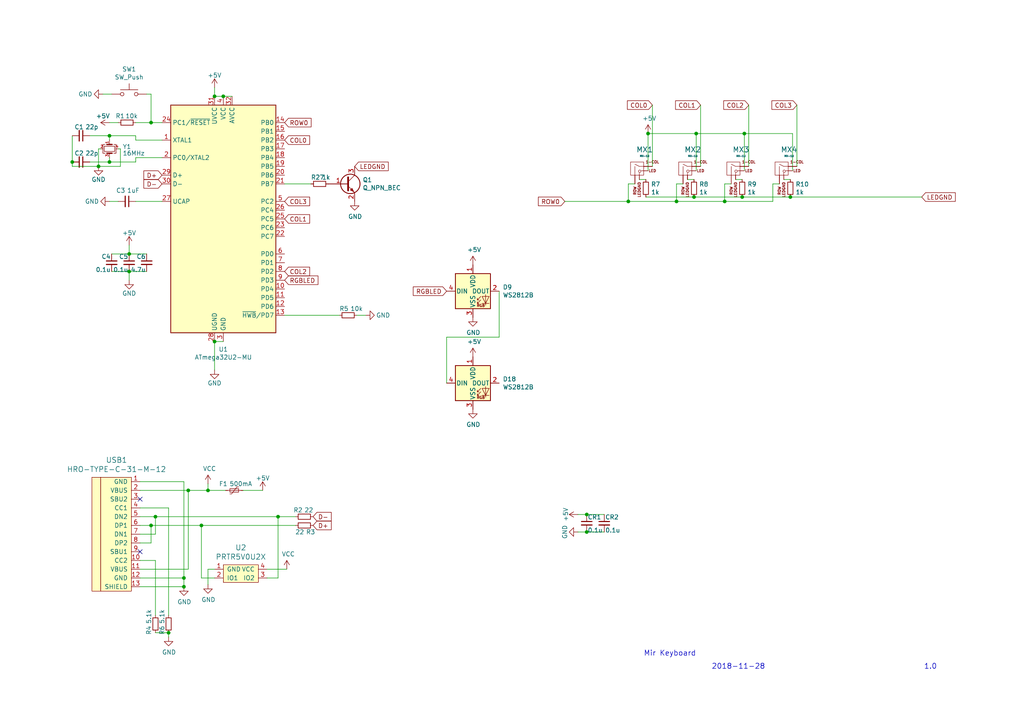
<source format=kicad_sch>
(kicad_sch (version 20230121) (generator eeschema)
  (paper "A4")
  (lib_symbols
    (symbol "Device:C_Small" (pin_numbers hide) (pin_names (offset 0.254) hide)
      (property "Reference" "C" (at 0.254 1.778 0))
      (property "Value" "C_Small" (at 0.254 -2.032 0))
      (symbol "C_Small_0_1"
        (polyline (pts (xy -1.524 -0.508) (xy 1.524 -0.508)) (stroke (width 0.3302)))
        (polyline (pts (xy -1.524 0.508) (xy 1.524 0.508)) (stroke (width 0.3048)))
      )
      (symbol "C_Small_1_1"
        (pin passive line (at 0 2.54 270) (length 2.032) (name "~") (number "1"))
        (pin passive line (at 0 -2.54 90) (length 2.032) (name "~") (number "2"))
      )
    )
    (symbol "Device:Crystal_GND24_Small" (pin_names (offset 1.016) hide)
      (property "Reference" "Y" (at 1.27 4.445 0))
      (property "Value" "Crystal_GND24_Small" (at 1.27 2.54 0))
      (symbol "Crystal_GND24_Small_0_1"
        (rectangle (start -0.762 -1.524) (end 0.762 1.524))
        (polyline (pts (xy -1.27 -0.762) (xy -1.27 0.762)) (stroke (width 0.381)))
        (polyline (pts (xy 1.27 -0.762) (xy 1.27 0.762)) (stroke (width 0.381)))
        (polyline (pts (xy -1.27 -1.27) (xy -1.27 -1.905) (xy 1.27 -1.905) (xy 1.27 -1.27)))
        (polyline (pts (xy -1.27 1.27) (xy -1.27 1.905) (xy 1.27 1.905) (xy 1.27 1.27)))
      )
      (symbol "Crystal_GND24_Small_1_1"
        (pin passive line (at -2.54 0 0) (length 1.27) (name "1") (number "1"))
        (pin passive line (at 0 -2.54 90) (length 0.635) (name "2") (number "2"))
        (pin passive line (at 2.54 0 180) (length 1.27) (name "3") (number "3"))
        (pin passive line (at 0 2.54 270) (length 0.635) (name "4") (number "4"))
      )
    )
    (symbol "Device:Polyfuse_Small" (pin_numbers hide) (pin_names (offset 0))
      (property "Reference" "F" (at -1.905 0 90))
      (property "Value" "Polyfuse_Small" (at 1.905 0 90))
      (symbol "Polyfuse_Small_0_1"
        (rectangle (start -0.508 1.27) (end 0.508 -1.27))
        (polyline (pts (xy 0 2.54) (xy 0 -2.54)))
        (polyline (pts (xy -1.016 1.27) (xy -1.016 0.762) (xy 1.016 -0.762) (xy 1.016 -1.27)))
      )
      (symbol "Polyfuse_Small_1_1"
        (pin passive line (at 0 2.54 270) (length 0.635) (name "~") (number "1"))
        (pin passive line (at 0 -2.54 90) (length 0.635) (name "~") (number "2"))
      )
    )
    (symbol "Device:Q_NPN_BEC" (pin_names (offset 0) hide)
      (property "Reference" "Q" (at 5.08 1.27 0))
      (property "Value" "Q_NPN_BEC" (at 5.08 -1.27 0))
      (symbol "Q_NPN_BEC_0_1"
        (polyline (pts (xy 0.635 0.635) (xy 2.54 2.54)))
        (polyline (pts (xy 0.635 -0.635) (xy 2.54 -2.54) (xy 2.54 -2.54)))
        (polyline (pts (xy 0.635 1.905) (xy 0.635 -1.905) (xy 0.635 -1.905)) (stroke (width 0.508)))
        (polyline (pts (xy 1.27 -1.778) (xy 1.778 -1.27) (xy 2.286 -2.286) (xy 1.27 -1.778) (xy 1.27 -1.778)) (fill (type outline)))
        (circle (center 1.27 0) (radius 2.8194) (stroke (width 0.254)))
      )
      (symbol "Q_NPN_BEC_1_1"
        (pin input line (at -5.08 0 0) (length 5.715) (name "B") (number "1"))
        (pin passive line (at 2.54 -5.08 90) (length 2.54) (name "E") (number "2"))
        (pin passive line (at 2.54 5.08 270) (length 2.54) (name "C") (number "3"))
      )
    )
    (symbol "Device:R_Small" (pin_numbers hide) (pin_names (offset 0.254) hide)
      (property "Reference" "R" (at 0.762 0.508 0))
      (property "Value" "R_Small" (at 0.762 -1.016 0))
      (symbol "R_Small_0_1"
        (rectangle (start -0.762 1.778) (end 0.762 -1.778) (stroke (width 0.2032)))
      )
      (symbol "R_Small_1_1"
        (pin passive line (at 0 2.54 270) (length 0.762) (name "~") (number "1"))
        (pin passive line (at 0 -2.54 90) (length 0.762) (name "~") (number "2"))
      )
    )
    (symbol "LED:WS2812B" (pin_names (offset 0.254))
      (property "Reference" "D" (at 5.08 5.715 0))
      (property "Value" "WS2812B" (at 1.27 -5.715 0))
      (symbol "WS2812B_0_0"
        (text "RGB" (at 2.286 -4.191 0) (effects (font (size 0.762 0.762))))
      )
      (symbol "WS2812B_0_1"
        (polyline (pts (xy 1.27 -3.556) (xy 1.778 -3.556)))
        (polyline (pts (xy 1.27 -2.54) (xy 1.778 -2.54)))
        (polyline (pts (xy 4.699 -3.556) (xy 2.667 -3.556)))
        (polyline (pts (xy 2.286 -2.54) (xy 1.27 -3.556) (xy 1.27 -3.048)))
        (polyline (pts (xy 2.286 -1.524) (xy 1.27 -2.54) (xy 1.27 -2.032)))
        (polyline (pts (xy 3.683 -1.016) (xy 3.683 -3.556) (xy 3.683 -4.064)))
        (polyline (pts (xy 4.699 -1.524) (xy 2.667 -1.524) (xy 3.683 -3.556) (xy 4.699 -1.524)))
        (rectangle (start 5.08 5.08) (end -5.08 -5.08) (stroke (width 0.254)) (fill (type background)))
      )
      (symbol "WS2812B_1_1"
        (pin power_in line (at 0 7.62 270) (length 2.54) (name "VDD") (number "1"))
        (pin output line (at 7.62 0 180) (length 2.54) (name "DOUT") (number "2"))
        (pin power_in line (at 0 -7.62 90) (length 2.54) (name "VSS") (number "3"))
        (pin input line (at -7.62 0 0) (length 2.54) (name "DIN") (number "4"))
      )
    )
    (symbol "Switch:SW_Push" (pin_numbers hide) (pin_names (offset 1.016) hide)
      (property "Reference" "SW" (at 1.27 2.54 0))
      (property "Value" "SW_Push" (at 0 -1.524 0))
      (symbol "SW_Push_0_1"
        (circle (center -2.032 0) (radius 0.508))
        (polyline (pts (xy 0 1.27) (xy 0 3.048)))
        (polyline (pts (xy 2.54 1.27) (xy -2.54 1.27)))
        (circle (center 2.032 0) (radius 0.508))
        (pin passive line (at -5.08 0 0) (length 2.54) (name "1") (number "1"))
        (pin passive line (at 5.08 0 180) (length 2.54) (name "2") (number "2"))
      )
    )
    (symbol "Voyager4-rescue:ATmega32U2-MU-MCU_Microchip_ATmega"
      (property "Reference" "U" (at -15.24 34.29 0))
      (property "Value" "MCU_Microchip_ATmega_ATmega32U2-MU" (at 2.54 -34.29 0))
      (symbol "ATmega32U2-MU-MCU_Microchip_ATmega_0_1"
        (rectangle (start -15.24 -33.02) (end 15.24 33.02) (stroke (width 0.254)) (fill (type background)))
      )
      (symbol "ATmega32U2-MU-MCU_Microchip_ATmega_1_1"
        (pin input line (at -17.78 22.86 0) (length 2.54) (name "XTAL1") (number "1"))
        (pin tri_state line (at 17.78 -20.32 180) (length 2.54) (name "PD4") (number "10"))
        (pin tri_state line (at 17.78 -22.86 180) (length 2.54) (name "PD5") (number "11"))
        (pin tri_state line (at 17.78 -25.4 180) (length 2.54) (name "PD6") (number "12"))
        (pin tri_state line (at 17.78 -27.94 180) (length 2.54) (name "~{HWB}/PD7") (number "13"))
        (pin tri_state line (at 17.78 27.94 180) (length 2.54) (name "PB0") (number "14"))
        (pin tri_state line (at 17.78 25.4 180) (length 2.54) (name "PB1") (number "15"))
        (pin tri_state line (at 17.78 22.86 180) (length 2.54) (name "PB2") (number "16"))
        (pin tri_state line (at 17.78 20.32 180) (length 2.54) (name "PB3") (number "17"))
        (pin tri_state line (at 17.78 17.78 180) (length 2.54) (name "PB4") (number "18"))
        (pin tri_state line (at 17.78 15.24 180) (length 2.54) (name "PB5") (number "19"))
        (pin tri_state line (at -17.78 17.78 0) (length 2.54) (name "PC0/XTAL2") (number "2"))
        (pin tri_state line (at 17.78 12.7 180) (length 2.54) (name "PB6") (number "20"))
        (pin tri_state line (at 17.78 10.16 180) (length 2.54) (name "PB7") (number "21"))
        (pin tri_state line (at 17.78 -5.08 180) (length 2.54) (name "PC7") (number "22"))
        (pin tri_state line (at 17.78 -2.54 180) (length 2.54) (name "PC6") (number "23"))
        (pin tri_state line (at -17.78 27.94 0) (length 2.54) (name "PC1/~{RESET}") (number "24"))
        (pin tri_state line (at 17.78 0 180) (length 2.54) (name "PC5") (number "25"))
        (pin tri_state line (at 17.78 2.54 180) (length 2.54) (name "PC4") (number "26"))
        (pin passive line (at -17.78 5.08 0) (length 2.54) (name "UCAP") (number "27"))
        (pin power_in line (at -2.54 -35.56 90) (length 2.54) (name "UGND") (number "28"))
        (pin bidirectional line (at -17.78 12.7 0) (length 2.54) (name "D+") (number "29"))
        (pin power_in line (at 0 -35.56 90) (length 2.54) (name "GND") (number "3"))
        (pin bidirectional line (at -17.78 10.16 0) (length 2.54) (name "D-") (number "30"))
        (pin power_in line (at -2.54 35.56 270) (length 2.54) (name "UVCC") (number "31"))
        (pin power_in line (at 2.54 35.56 270) (length 2.54) (name "AVCC") (number "32"))
        (pin passive line (at 0 -35.56 90) (length 2.54) hide (name "GND") (number "33"))
        (pin power_in line (at 0 35.56 270) (length 2.54) (name "VCC") (number "4"))
        (pin tri_state line (at 17.78 5.08 180) (length 2.54) (name "PC2") (number "5"))
        (pin tri_state line (at 17.78 -10.16 180) (length 2.54) (name "PD0") (number "6"))
        (pin tri_state line (at 17.78 -12.7 180) (length 2.54) (name "PD1") (number "7"))
        (pin tri_state line (at 17.78 -15.24 180) (length 2.54) (name "PD2") (number "8"))
        (pin tri_state line (at 17.78 -17.78 180) (length 2.54) (name "PD3") (number "9"))
      )
    )
    (symbol "Voyager4-rescue:HRO-TYPE-C-31-M-12-Type-C" (pin_names (offset 1.016))
      (property "Reference" "USB" (at -5.08 16.51 0))
      (property "Value" "Type-C_HRO-TYPE-C-31-M-12" (at -10.16 -1.27 90))
      (symbol "HRO-TYPE-C-31-M-12-Type-C_0_1"
        (rectangle (start -11.43 15.24) (end -8.89 -17.78) (fill (type background)))
        (rectangle (start 0 -17.78) (end -8.89 15.24) (fill (type background)))
      )
      (symbol "HRO-TYPE-C-31-M-12-Type-C_1_1"
        (pin input line (at 2.54 13.97 180) (length 2.54) (name "GND") (number "1"))
        (pin input line (at 2.54 -8.89 180) (length 2.54) (name "CC2") (number "10"))
        (pin input line (at 2.54 -11.43 180) (length 2.54) (name "VBUS") (number "11"))
        (pin input line (at 2.54 -13.97 180) (length 2.54) (name "GND") (number "12"))
        (pin input line (at 2.54 -16.51 180) (length 2.54) (name "SHIELD") (number "13"))
        (pin input line (at 2.54 11.43 180) (length 2.54) (name "VBUS") (number "2"))
        (pin input line (at 2.54 8.89 180) (length 2.54) (name "SBU2") (number "3"))
        (pin input line (at 2.54 6.35 180) (length 2.54) (name "CC1") (number "4"))
        (pin input line (at 2.54 3.81 180) (length 2.54) (name "DN2") (number "5"))
        (pin input line (at 2.54 1.27 180) (length 2.54) (name "DP1") (number "6"))
        (pin input line (at 2.54 -1.27 180) (length 2.54) (name "DN1") (number "7"))
        (pin input line (at 2.54 -3.81 180) (length 2.54) (name "DP2") (number "8"))
        (pin input line (at 2.54 -6.35 180) (length 2.54) (name "SBU1") (number "9"))
      )
    )
    (symbol "Voyager4-rescue:MX-1U-MX_Alps_Hybrids" (pin_names (offset 1.016))
      (property "Reference" "MX" (at 0 3.175 0))
      (property "Value" "MX_Alps_Hybrids_MX-1U" (at 0 1.27 0))
      (symbol "MX-1U-MX_Alps_Hybrids_0_0"
        (polyline (pts (xy -0.635 -1.905) (xy -0.635 0.635)) (stroke (width 0.127)))
        (polyline (pts (xy 0.635 -1.905) (xy 0.635 -1.27)) (stroke (width 0.127)))
        (polyline (pts (xy 1.905 -0.635) (xy 1.27 -0.635)) (stroke (width 0.127)))
        (polyline (pts (xy 1.905 0.635) (xy 0.635 0.635) (xy -0.635 1.27)) (stroke (width 0.127)))
        (circle (center 0.762 -0.762) (radius 0.3556) (stroke (width 0.127)))
        (rectangle (start 1.905 -1.905) (end -1.905 1.905) (stroke (width 0.127)))
        (text "1-COL" (at 4.445 1.905 0) (effects (font (size 0.762 0.762))))
        (text "LED" (at 4.445 -0.635 0) (effects (font (size 0.762 0.762))))
        (text "ROW" (at -0.635 -5.08 900) (effects (font (size 0.762 0.762)) (justify right)))
      )
      (symbol "MX-1U-MX_Alps_Hybrids_1_0"
        (text "LEDGND" (at 0.635 -3.81 900) (effects (font (size 0.762 0.762)) (justify right)))
      )
      (symbol "MX-1U-MX_Alps_Hybrids_1_1"
        (pin passive line (at 4.445 0.635 180) (length 2.54) (name "COL") (number "1"))
        (pin passive line (at -0.635 -4.445 90) (length 2.54) (name "ROW") (number "2"))
        (pin passive line (at 3.175 -0.635 180) (length 1.27) (name "LED") (number "3"))
        (pin passive line (at 0.635 -3.175 90) (length 1.27) (name "LEDGND") (number "4"))
      )
    )
    (symbol "ai03-locallib:PRTR5V0U2X" (pin_names (offset 1.016))
      (property "Reference" "U" (at 0 3.81 0))
      (property "Value" "PRTR5V0U2X" (at 0 -3.81 0))
      (symbol "PRTR5V0U2X_0_1"
        (rectangle (start -5.08 2.54) (end 5.08 -2.54) (fill (type background)))
      )
      (symbol "PRTR5V0U2X_1_1"
        (pin input line (at -7.62 1.27 0) (length 2.54) (name "GND") (number "1"))
        (pin input line (at -7.62 -1.27 0) (length 2.54) (name "IO1") (number "2"))
        (pin input line (at 7.62 -1.27 180) (length 2.54) (name "IO2") (number "3"))
        (pin input line (at 7.62 1.27 180) (length 2.54) (name "VCC") (number "4"))
      )
    )
    (symbol "power:+5V" (power) (pin_names (offset 0))
      (property "Value" "+5V" (at 0 3.556 0))
      (symbol "+5V_0_1"
        (polyline (pts (xy -0.762 1.27) (xy 0 2.54)))
        (polyline (pts (xy 0 0) (xy 0 2.54)))
        (polyline (pts (xy 0 2.54) (xy 0.762 1.27)))
      )
      (symbol "+5V_1_1"
        (pin power_in line (at 0 0 90) (length 0) hide (name "+5V") (number "1"))
      )
    )
    (symbol "power:GND" (power) (pin_names (offset 0))
      (property "Value" "GND" (at 0 -3.81 0))
      (symbol "GND_0_1"
        (polyline (pts (xy 0 0) (xy 0 -1.27) (xy 1.27 -1.27) (xy 0 -2.54) (xy -1.27 -1.27) (xy 0 -1.27)))
      )
      (symbol "GND_1_1"
        (pin power_in line (at 0 0 270) (length 0) hide (name "GND") (number "1"))
      )
    )
    (symbol "power:VCC" (power) (pin_names (offset 0))
      (property "Value" "VCC" (at 0 3.81 0))
      (symbol "VCC_0_1"
        (polyline (pts (xy -0.762 1.27) (xy 0 2.54)))
        (polyline (pts (xy 0 0) (xy 0 2.54)))
        (polyline (pts (xy 0 2.54) (xy 0.762 1.27)))
      )
      (symbol "VCC_1_1"
        (pin power_in line (at 0 0 90) (length 0) hide (name "VCC") (number "1"))
      )
    )
  )
  (junction (at 53.34 170.18))
  (junction (at 80.645 149.86))
  (junction (at 54.61 142.24))
  (junction (at 58.42 152.4))
  (junction (at 31.75 46.99))
  (junction (at 28.575 48.26))
  (junction (at 37.465 73.66))
  (junction (at 201.295 57.15))
  (junction (at 170.18 154.305))
  (junction (at 62.23 27.94))
  (junction (at 62.23 99.06))
  (junction (at 229.235 57.15))
  (junction (at 37.465 78.74))
  (junction (at 45.085 149.86))
  (junction (at 48.895 183.515))
  (junction (at 20.955 46.99))
  (junction (at 43.815 152.4))
  (junction (at 43.815 35.56))
  (junction (at 201.93 38.735))
  (junction (at 53.34 167.64))
  (junction (at 64.77 27.94))
  (junction (at 215.265 57.15))
  (junction (at 31.75 39.37))
  (junction (at 182.245 58.42))
  (junction (at 196.215 58.42))
  (junction (at 215.9 38.735))
  (junction (at 170.18 149.225))
  (junction (at 187.96 38.735))
  (junction (at 210.185 58.42))
  (junction (at 60.325 142.24))
  (no_connect (at 40.64 144.78))
  (no_connect (at 40.64 160.02))
  (wire (pts (xy 46.99 40.64) (xy 39.37 40.64)))
  (wire (pts (xy 201.295 57.15) (xy 215.265 57.15)))
  (wire (pts (xy 37.465 73.66) (xy 42.545 73.66)))
  (wire (pts (xy 26.035 46.99) (xy 31.75 46.99)))
  (wire (pts (xy 39.37 45.72) (xy 39.37 46.99)))
  (wire (pts (xy 26.035 39.37) (xy 31.75 39.37)))
  (wire (pts (xy 37.465 81.28) (xy 37.465 78.74)))
  (wire (pts (xy 31.75 39.37) (xy 39.37 39.37)))
  (wire (pts (xy 129.54 97.79) (xy 129.54 111.125)))
  (wire (pts (xy 58.42 167.64) (xy 58.42 152.4)))
  (wire (pts (xy 62.23 25.4) (xy 62.23 27.94)))
  (wire (pts (xy 215.9 49.53) (xy 215.9 38.735)))
  (wire (pts (xy 187.325 57.15) (xy 201.295 57.15)))
  (wire (pts (xy 29.21 43.18) (xy 28.575 43.18)))
  (wire (pts (xy 201.93 38.735) (xy 215.9 38.735)))
  (wire (pts (xy 187.96 49.53) (xy 187.96 38.735)))
  (wire (pts (xy 28.575 48.26) (xy 34.925 48.26)))
  (wire (pts (xy 217.17 48.26) (xy 217.17 30.48)))
  (wire (pts (xy 32.385 73.66) (xy 37.465 73.66)))
  (wire (pts (xy 182.245 53.34) (xy 184.15 53.34)))
  (wire (pts (xy 34.925 48.26) (xy 34.925 43.18)))
  (wire (pts (xy 40.64 147.32) (xy 48.895 147.32)))
  (wire (pts (xy 215.265 52.07) (xy 213.36 52.07)))
  (wire (pts (xy 31.75 45.72) (xy 31.75 46.99)))
  (wire (pts (xy 229.87 38.735) (xy 229.87 49.53)))
  (wire (pts (xy 58.42 152.4) (xy 85.725 152.4)))
  (wire (pts (xy 31.75 46.99) (xy 39.37 46.99)))
  (wire (pts (xy 37.465 71.12) (xy 37.465 73.66)))
  (wire (pts (xy 31.75 58.42) (xy 34.29 58.42)))
  (wire (pts (xy 39.37 58.42) (xy 46.99 58.42)))
  (wire (pts (xy 31.75 39.37) (xy 31.75 40.64)))
  (wire (pts (xy 20.955 46.99) (xy 20.955 48.26)))
  (wire (pts (xy 210.185 53.34) (xy 210.185 58.42)))
  (wire (pts (xy 224.155 53.34) (xy 226.06 53.34)))
  (wire (pts (xy 215.9 38.735) (xy 229.87 38.735)))
  (wire (pts (xy 46.99 45.72) (xy 39.37 45.72)))
  (wire (pts (xy 43.815 152.4) (xy 58.42 152.4)))
  (wire (pts (xy 163.83 58.42) (xy 182.245 58.42)))
  (wire (pts (xy 106.045 91.44) (xy 103.505 91.44)))
  (wire (pts (xy 144.78 97.79) (xy 129.54 97.79)))
  (wire (pts (xy 40.64 162.56) (xy 45.085 162.56)))
  (wire (pts (xy 189.23 48.26) (xy 189.23 30.48)))
  (wire (pts (xy 60.325 142.24) (xy 65.405 142.24)))
  (wire (pts (xy 62.23 167.64) (xy 58.42 167.64)))
  (wire (pts (xy 46.99 35.56) (xy 43.815 35.56)))
  (wire (pts (xy 167.64 149.225) (xy 170.18 149.225)))
  (wire (pts (xy 40.64 157.48) (xy 43.815 157.48)))
  (wire (pts (xy 45.085 183.515) (xy 48.895 183.515)))
  (wire (pts (xy 37.465 78.74) (xy 42.545 78.74)))
  (wire (pts (xy 45.085 162.56) (xy 45.085 178.435)))
  (wire (pts (xy 48.895 147.32) (xy 48.895 178.435)))
  (wire (pts (xy 42.545 27.305) (xy 43.815 27.305)))
  (wire (pts (xy 34.29 43.18) (xy 34.925 43.18)))
  (wire (pts (xy 210.185 53.34) (xy 212.09 53.34)))
  (wire (pts (xy 187.325 52.07) (xy 185.42 52.07)))
  (wire (pts (xy 53.34 170.18) (xy 53.34 167.64)))
  (wire (pts (xy 43.815 35.56) (xy 39.37 35.56)))
  (wire (pts (xy 80.645 149.86) (xy 85.725 149.86)))
  (wire (pts (xy 196.215 58.42) (xy 210.185 58.42)))
  (wire (pts (xy 90.17 53.34) (xy 82.55 53.34)))
  (wire (pts (xy 170.18 149.225) (xy 175.26 149.225)))
  (wire (pts (xy 40.64 142.24) (xy 54.61 142.24)))
  (wire (pts (xy 45.085 149.86) (xy 45.085 154.94)))
  (wire (pts (xy 43.815 157.48) (xy 43.815 152.4)))
  (wire (pts (xy 53.34 139.7) (xy 53.34 167.64)))
  (wire (pts (xy 80.645 167.64) (xy 77.47 167.64)))
  (wire (pts (xy 62.23 107.315) (xy 62.23 99.06)))
  (wire (pts (xy 144.78 84.455) (xy 144.78 97.79)))
  (wire (pts (xy 45.085 154.94) (xy 40.64 154.94)))
  (wire (pts (xy 64.77 27.94) (xy 67.31 27.94)))
  (wire (pts (xy 40.64 149.86) (xy 45.085 149.86)))
  (wire (pts (xy 54.61 142.24) (xy 54.61 165.1)))
  (wire (pts (xy 60.325 140.335) (xy 60.325 142.24)))
  (wire (pts (xy 201.93 38.735) (xy 201.93 49.53)))
  (wire (pts (xy 43.815 152.4) (xy 40.64 152.4)))
  (wire (pts (xy 187.96 38.735) (xy 201.93 38.735)))
  (wire (pts (xy 31.75 35.56) (xy 34.29 35.56)))
  (wire (pts (xy 29.845 27.305) (xy 32.385 27.305)))
  (wire (pts (xy 20.955 39.37) (xy 20.955 46.99)))
  (wire (pts (xy 40.64 170.18) (xy 53.34 170.18)))
  (wire (pts (xy 60.325 165.1) (xy 62.23 165.1)))
  (wire (pts (xy 170.18 154.305) (xy 175.26 154.305)))
  (wire (pts (xy 70.485 142.24) (xy 76.2 142.24)))
  (wire (pts (xy 182.245 53.34) (xy 182.245 58.42)))
  (wire (pts (xy 201.295 52.07) (xy 199.39 52.07)))
  (wire (pts (xy 32.385 78.74) (xy 37.465 78.74)))
  (wire (pts (xy 54.61 142.24) (xy 60.325 142.24)))
  (wire (pts (xy 28.575 43.18) (xy 28.575 48.26)))
  (wire (pts (xy 48.895 184.785) (xy 48.895 183.515)))
  (wire (pts (xy 224.155 53.34) (xy 224.155 58.42)))
  (wire (pts (xy 215.265 57.15) (xy 229.235 57.15)))
  (wire (pts (xy 39.37 40.64) (xy 39.37 39.37)))
  (wire (pts (xy 62.23 99.06) (xy 64.77 99.06)))
  (wire (pts (xy 40.64 139.7) (xy 53.34 139.7)))
  (wire (pts (xy 182.245 58.42) (xy 196.215 58.42)))
  (wire (pts (xy 167.64 154.305) (xy 170.18 154.305)))
  (wire (pts (xy 53.34 167.64) (xy 40.64 167.64)))
  (wire (pts (xy 196.215 53.34) (xy 196.215 58.42)))
  (wire (pts (xy 64.77 27.94) (xy 62.23 27.94)))
  (wire (pts (xy 20.955 48.26) (xy 28.575 48.26)))
  (wire (pts (xy 80.645 167.64) (xy 80.645 149.86)))
  (wire (pts (xy 82.55 91.44) (xy 98.425 91.44)))
  (wire (pts (xy 60.325 169.545) (xy 60.325 165.1)))
  (wire (pts (xy 45.085 149.86) (xy 80.645 149.86)))
  (wire (pts (xy 196.215 53.34) (xy 198.12 53.34)))
  (wire (pts (xy 229.235 52.07) (xy 227.33 52.07)))
  (wire (pts (xy 210.185 58.42) (xy 224.155 58.42)))
  (wire (pts (xy 54.61 165.1) (xy 40.64 165.1)))
  (wire (pts (xy 231.14 30.48) (xy 231.14 48.26)))
  (wire (pts (xy 203.2 30.48) (xy 203.2 48.26)))
  (wire (pts (xy 43.815 27.305) (xy 43.815 35.56)))
  (wire (pts (xy 229.235 57.15) (xy 267.335 57.15)))
  (wire (pts (xy 83.185 165.1) (xy 77.47 165.1)))
  (text "Mir Keyboard\n" (at 186.69 190.5 0) (effects (font (size 1.524 1.524)) (justify left bottom)))
  (text "1.0" (at 267.97 194.31 0) (effects (font (size 1.524 1.524)) (justify left bottom)))
  (text "2018-11-28" (at 206.375 194.31 0) (effects (font (size 1.524 1.524)) (justify left bottom)))
  (global_label "D+" (shape input) (at 90.805 152.4 0) (property "Intersheetrefs" "${INTERSHEET_REFS}" (effects hide)))
  (global_label "COL0" (shape input) (at 189.23 30.48 180) (property "Intersheetrefs" "${INTERSHEET_REFS}" (effects hide)))
  (global_label "COL1" (shape input) (at 203.2 30.48 180) (property "Intersheetrefs" "${INTERSHEET_REFS}" (effects hide)))
  (global_label "ROW0" (shape input) (at 163.83 58.42 180) (property "Intersheetrefs" "${INTERSHEET_REFS}" (effects hide)))
  (global_label "COL2" (shape input) (at 217.17 30.48 180) (property "Intersheetrefs" "${INTERSHEET_REFS}" (effects hide)))
  (global_label "LEDGND" (shape input) (at 267.335 57.15 0) (property "Intersheetrefs" "${INTERSHEET_REFS}" (effects hide)))
  (global_label "ROW0" (shape input) (at 82.55 35.56 0) (property "Intersheetrefs" "${INTERSHEET_REFS}" (effects hide)))
  (global_label "RGBLED" (shape input) (at 129.54 84.455 180) (property "Intersheetrefs" "${INTERSHEET_REFS}" (effects hide)))
  (global_label "D-" (shape input) (at 46.99 53.34 180) (property "Intersheetrefs" "${INTERSHEET_REFS}" (effects hide)))
  (global_label "COL3" (shape input) (at 82.55 58.42 0) (property "Intersheetrefs" "${INTERSHEET_REFS}" (effects hide)))
  (global_label "COL2" (shape input) (at 82.55 78.74 0) (property "Intersheetrefs" "${INTERSHEET_REFS}" (effects hide)))
  (global_label "LEDGND" (shape input) (at 102.87 48.26 0) (property "Intersheetrefs" "${INTERSHEET_REFS}" (effects hide)))
  (global_label "COL1" (shape input) (at 82.55 63.5 0) (property "Intersheetrefs" "${INTERSHEET_REFS}" (effects hide)))
  (global_label "D+" (shape input) (at 46.99 50.8 180) (property "Intersheetrefs" "${INTERSHEET_REFS}" (effects hide)))
  (global_label "RGBLED" (shape input) (at 82.55 81.28 0) (property "Intersheetrefs" "${INTERSHEET_REFS}" (effects hide)))
  (global_label "COL0" (shape input) (at 82.55 40.64 0) (property "Intersheetrefs" "${INTERSHEET_REFS}" (effects hide)))
  (global_label "COL3" (shape input) (at 231.14 30.48 180) (property "Intersheetrefs" "${INTERSHEET_REFS}" (effects hide)))
  (global_label "D-" (shape input) (at 90.805 149.86 0) (property "Intersheetrefs" "${INTERSHEET_REFS}" (effects hide)))
  (symbol (lib_id "Device:Crystal_GND24_Small") (at 31.75 43.18 270) (unit 1)
    (property "Reference" "Y1" (at 35.56 42.545 90) (effects (justify left)))
    (property "Value" "16MHz" (at 35.56 44.45 90) (effects (justify left)))
    (property "Footprint" "Crystals:Crystal_SMD_3225-4pin_3.2x2.5mm" (effects hide))
  )
  (symbol (lib_id "Device:C_Small") (at 23.495 39.37 270) (unit 1)
    (property "Reference" "C1" (at 21.59 36.83 90) (effects (justify left)))
    (property "Value" "22p" (at 24.765 36.83 90) (effects (justify left)))
    (property "Footprint" "Capacitors_SMD:C_0603" (effects hide))
  )
  (symbol (lib_id "Device:C_Small") (at 23.495 46.99 270) (unit 1)
    (property "Reference" "C2" (at 21.59 44.45 90) (effects (justify left)))
    (property "Value" "22p" (at 24.765 44.45 90) (effects (justify left)))
    (property "Footprint" "Capacitors_SMD:C_0603" (effects hide))
  )
  (symbol (lib_id "power:GND") (at 28.575 48.26 0) (unit 1)
    (property "Reference" "#PWR01" (effects hide))
    (property "Value" "GND" (at 28.575 52.07 0))
  )
  (symbol (lib_id "Device:R_Small") (at 36.83 35.56 90) (unit 1)
    (property "Reference" "R1" (at 36.195 33.655 90) (effects (justify left)))
    (property "Value" "10k" (at 40.005 33.655 90) (effects (justify left)))
    (property "Footprint" "Resistors_SMD:R_0805" (effects hide))
  )
  (symbol (lib_id "power:+5V") (at 31.75 35.56 90) (unit 1)
    (property "Reference" "#PWR03" (effects hide))
    (property "Value" "+5V" (at 29.845 33.655 90))
  )
  (symbol (lib_id "Device:C_Small") (at 36.83 58.42 270) (unit 1)
    (property "Reference" "C3" (at 33.655 55.245 90) (effects (justify left)))
    (property "Value" "1uF" (at 36.83 55.245 90) (effects (justify left)))
    (property "Footprint" "Capacitors_SMD:C_0603" (effects hide))
  )
  (symbol (lib_id "power:GND") (at 31.75 58.42 270) (unit 1)
    (property "Reference" "#PWR04" (effects hide))
    (property "Value" "GND" (at 26.67 58.42 90))
  )
  (symbol (lib_id "Device:R_Small") (at 88.265 149.86 270) (unit 1)
    (property "Reference" "R2" (at 85.09 147.955 90) (effects (justify left)))
    (property "Value" "22" (at 88.265 147.955 90) (effects (justify left)))
    (property "Footprint" "Resistors_SMD:R_0805" (effects hide))
  )
  (symbol (lib_id "Device:R_Small") (at 88.265 152.4 90) (unit 1)
    (property "Reference" "R3" (at 91.44 154.305 90) (effects (justify left)))
    (property "Value" "22" (at 88.265 154.305 90) (effects (justify left)))
    (property "Footprint" "Resistors_SMD:R_0805" (effects hide))
  )
  (symbol (lib_id "Device:Polyfuse_Small") (at 67.945 142.24 270) (unit 1)
    (property "Reference" "F1" (at 64.77 140.335 90))
    (property "Value" "500mA" (at 69.85 140.335 90))
    (property "Footprint" "Fuse_Holders_and_Fuses:Fuse_SMD1206_Reflow" (effects hide))
  )
  (symbol (lib_id "power:+5V") (at 76.2 142.24 0) (unit 1)
    (property "Reference" "#PWR08" (effects hide))
    (property "Value" "+5V" (at 76.2 138.684 0))
  )
  (symbol (lib_id "power:GND") (at 62.23 107.315 0) (unit 1)
    (property "Reference" "#PWR010" (effects hide))
    (property "Value" "GND" (at 62.23 111.125 0))
  )
  (symbol (lib_id "power:+5V") (at 62.23 25.4 0) (unit 1)
    (property "Reference" "#PWR011" (effects hide))
    (property "Value" "+5V" (at 62.23 21.844 0))
  )
  (symbol (lib_id "Device:R_Small") (at 100.965 91.44 270) (unit 1)
    (property "Reference" "R5" (at 98.425 89.535 90) (effects (justify left)))
    (property "Value" "10k" (at 101.6 89.535 90) (effects (justify left)))
    (property "Footprint" "Resistors_SMD:R_0805" (effects hide))
  )
  (symbol (lib_id "power:GND") (at 106.045 91.44 90) (unit 1)
    (property "Reference" "#PWR013" (effects hide))
    (property "Value" "GND" (at 111.125 91.44 90))
  )
  (symbol (lib_id "Device:C_Small") (at 32.385 76.2 0) (mirror y) (unit 1)
    (property "Reference" "C4" (at 32.131 74.422 0) (effects (justify left)))
    (property "Value" "0.1u" (at 32.131 78.232 0) (effects (justify left)))
    (property "Footprint" "Capacitors_SMD:C_0603" (effects hide))
  )
  (symbol (lib_id "Device:C_Small") (at 37.465 76.2 0) (mirror y) (unit 1)
    (property "Reference" "C5" (at 37.211 74.422 0) (effects (justify left)))
    (property "Value" "0.1u" (at 37.211 78.232 0) (effects (justify left)))
    (property "Footprint" "Capacitors_SMD:C_0603" (effects hide))
  )
  (symbol (lib_id "Device:C_Small") (at 42.545 76.2 0) (mirror y) (unit 1)
    (property "Reference" "C6" (at 42.291 74.422 0) (effects (justify left)))
    (property "Value" "4.7u" (at 42.291 78.232 0) (effects (justify left)))
    (property "Footprint" "Capacitors_SMD:C_0603" (effects hide))
  )
  (symbol (lib_id "power:+5V") (at 37.465 71.12 0) (unit 1)
    (property "Reference" "#PWR022" (effects hide))
    (property "Value" "+5V" (at 37.465 67.564 0))
  )
  (symbol (lib_id "power:GND") (at 37.465 81.28 0) (unit 1)
    (property "Reference" "#PWR023" (effects hide))
    (property "Value" "GND" (at 37.465 85.09 0))
  )
  (symbol (lib_id "power:GND") (at 29.845 27.305 270) (unit 1)
    (property "Reference" "#PWR024" (effects hide))
    (property "Value" "GND" (at 24.765 27.305 90))
  )
  (symbol (lib_id "Device:C_Small") (at 170.18 151.765 0) (unit 1)
    (property "Reference" "CR1" (at 170.434 149.987 0) (effects (justify left)))
    (property "Value" "0.1u" (at 170.434 153.797 0) (effects (justify left)))
    (property "Footprint" "Capacitors_SMD:C_0603" (effects hide))
  )
  (symbol (lib_id "Device:C_Small") (at 175.26 151.765 0) (unit 1)
    (property "Reference" "CR2" (at 175.514 149.987 0) (effects (justify left)))
    (property "Value" "0.1u" (at 175.514 153.797 0) (effects (justify left)))
    (property "Footprint" "Capacitors_SMD:C_0603" (effects hide))
  )
  (symbol (lib_id "power:+5V") (at 167.64 149.225 90) (unit 1)
    (property "Reference" "#PWR018" (effects hide))
    (property "Value" "+5V" (at 164.084 149.225 0))
  )
  (symbol (lib_id "power:GND") (at 167.64 154.305 270) (unit 1)
    (property "Reference" "#PWR019" (effects hide))
    (property "Value" "GND" (at 163.83 154.305 0))
  )
  (symbol (lib_id "Voyager4-rescue:HRO-TYPE-C-31-M-12-Type-C") (at 38.1 153.67 0) (unit 1)
    (property "Reference" "USB1" (at 33.8074 133.4262 0) (effects (font (size 1.524 1.524))))
    (property "Value" "HRO-TYPE-C-31-M-12" (at 33.8074 136.1186 0) (effects (font (size 1.524 1.524))))
    (property "Footprint" "Type-C:HRO-TYPE-C-31-M-12-Assembly" (effects hide))
  )
  (symbol (lib_id "Device:R_Small") (at 45.085 180.975 0) (unit 1)
    (property "Reference" "R4" (at 43.18 184.15 90) (effects (justify left)))
    (property "Value" "5.1k" (at 43.18 180.975 90) (effects (justify left)))
    (property "Footprint" "Resistors_SMD:R_0805" (effects hide))
  )
  (symbol (lib_id "Device:R_Small") (at 48.895 180.975 0) (unit 1)
    (property "Reference" "R6" (at 46.99 184.15 90) (effects (justify left)))
    (property "Value" "5.1k" (at 46.99 180.975 90) (effects (justify left)))
    (property "Footprint" "Resistors_SMD:R_0805" (effects hide))
  )
  (symbol (lib_id "ai03-locallib:PRTR5V0U2X") (at 69.85 166.37 0) (unit 1)
    (property "Reference" "U2" (at 69.85 158.8262 0) (effects (font (size 1.524 1.524))))
    (property "Value" "PRTR5V0U2X" (at 69.85 161.5186 0) (effects (font (size 1.524 1.524))))
    (property "Footprint" "random-keyboard-parts:SOT143B" (effects hide))
  )
  (symbol (lib_id "power:GND") (at 60.325 169.545 0) (unit 1)
    (property "Reference" "#PWR0101" (effects hide))
    (property "Value" "GND" (at 60.452 173.9392 0))
  )
  (symbol (lib_id "power:VCC") (at 83.185 165.1 0) (unit 1)
    (property "Reference" "#PWR0102" (effects hide))
    (property "Value" "VCC" (at 83.6168 160.7058 0))
  )
  (symbol (lib_id "power:VCC") (at 60.325 140.335 0) (unit 1)
    (property "Reference" "#PWR0103" (effects hide))
    (property "Value" "VCC" (at 60.7568 135.9408 0))
  )
  (symbol (lib_id "power:GND") (at 48.895 184.785 0) (unit 1)
    (property "Reference" "#PWR0104" (effects hide))
    (property "Value" "GND" (at 49.022 189.1792 0))
  )
  (symbol (lib_id "power:GND") (at 53.34 170.18 0) (unit 1)
    (property "Reference" "#PWR0105" (effects hide))
    (property "Value" "GND" (at 53.467 174.5742 0))
  )
  (symbol (lib_id "Switch:SW_Push") (at 37.465 27.305 0) (unit 1)
    (property "Reference" "SW1" (at 37.465 20.066 0))
    (property "Value" "SW_Push" (at 37.465 22.3774 0))
    (property "Footprint" "random-keyboard-parts:Jumper-UserFriendly-Small" (effects hide))
  )
  (symbol (lib_id "Voyager4-rescue:MX-1U-MX_Alps_Hybrids") (at 226.695 48.895 0) (unit 1)
    (property "Reference" "MX4" (at 228.8794 43.3832 0) (effects (font (size 1.524 1.524))))
    (property "Value" "MX-1U" (at 228.8794 45.2628 0) (effects (font (size 0.508 0.508))))
    (property "Footprint" "MX_Alps_Hybrid:MX-1U" (effects hide))
  )
  (symbol (lib_id "Device:R_Small") (at 229.235 54.61 0) (unit 1)
    (property "Reference" "R10" (at 230.7336 53.4416 0) (effects (justify left)))
    (property "Value" "1k" (at 230.7336 55.753 0) (effects (justify left)))
    (property "Footprint" "Resistors_SMD:R_0805" (effects hide))
  )
  (symbol (lib_id "Voyager4-rescue:MX-1U-MX_Alps_Hybrids") (at 184.785 48.895 0) (unit 1)
    (property "Reference" "MX1" (at 186.9694 43.3832 0) (effects (font (size 1.524 1.524))))
    (property "Value" "MX-1U" (at 186.9694 45.2628 0) (effects (font (size 0.508 0.508))))
    (property "Footprint" "MX_Alps_Hybrid:MX-1U" (effects hide))
  )
  (symbol (lib_id "Device:R_Small") (at 187.325 54.61 0) (unit 1)
    (property "Reference" "R7" (at 188.8236 53.4416 0) (effects (justify left)))
    (property "Value" "1k" (at 188.8236 55.753 0) (effects (justify left)))
    (property "Footprint" "Resistors_SMD:R_0805" (effects hide))
  )
  (symbol (lib_id "Voyager4-rescue:MX-1U-MX_Alps_Hybrids") (at 198.755 48.895 0) (unit 1)
    (property "Reference" "MX2" (at 200.9394 43.3832 0) (effects (font (size 1.524 1.524))))
    (property "Value" "MX-1U" (at 200.9394 45.2628 0) (effects (font (size 0.508 0.508))))
    (property "Footprint" "MX_Alps_Hybrid:MX-1U" (effects hide))
  )
  (symbol (lib_id "Device:R_Small") (at 201.295 54.61 0) (unit 1)
    (property "Reference" "R8" (at 202.7936 53.4416 0) (effects (justify left)))
    (property "Value" "1k" (at 202.7936 55.753 0) (effects (justify left)))
    (property "Footprint" "Resistors_SMD:R_0805" (effects hide))
  )
  (symbol (lib_id "Voyager4-rescue:MX-1U-MX_Alps_Hybrids") (at 212.725 48.895 0) (unit 1)
    (property "Reference" "MX3" (at 214.9094 43.3832 0) (effects (font (size 1.524 1.524))))
    (property "Value" "MX-1U" (at 214.9094 45.2628 0) (effects (font (size 0.508 0.508))))
    (property "Footprint" "MX_Alps_Hybrid:MX-1U" (effects hide))
  )
  (symbol (lib_id "Device:R_Small") (at 215.265 54.61 0) (unit 1)
    (property "Reference" "R9" (at 216.7636 53.4416 0) (effects (justify left)))
    (property "Value" "1k" (at 216.7636 55.753 0) (effects (justify left)))
    (property "Footprint" "Resistors_SMD:R_0805" (effects hide))
  )
  (symbol (lib_id "power:+5V") (at 187.96 38.735 0) (unit 1)
    (property "Reference" "#PWR0106" (effects hide))
    (property "Value" "+5V" (at 188.341 34.3408 0))
  )
  (symbol (lib_id "LED:WS2812B") (at 137.16 84.455 0) (unit 1)
    (property "Reference" "D9" (at 145.8214 83.2866 0) (effects (justify left)))
    (property "Value" "WS2812B" (at 145.8214 85.598 0) (effects (justify left)))
    (property "Footprint" "LEDs:LED_WS2812B-PLCC4" (effects hide))
    (property "Datasheet" "https://cdn-shop.adafruit.com/datasheets/WS2812B.pdf" (effects hide))
  )
  (symbol (lib_id "power:+5V") (at 137.16 76.835 0) (unit 1)
    (property "Reference" "#PWR0107" (effects hide))
    (property "Value" "+5V" (at 137.541 72.4408 0))
  )
  (symbol (lib_id "power:GND") (at 137.16 92.075 0) (unit 1)
    (property "Reference" "#PWR0108" (effects hide))
    (property "Value" "GND" (at 137.287 96.4692 0))
  )
  (symbol (lib_id "LED:WS2812B") (at 137.16 111.125 0) (unit 1)
    (property "Reference" "D18" (at 145.8214 109.9566 0) (effects (justify left)))
    (property "Value" "WS2812B" (at 145.8214 112.268 0) (effects (justify left)))
    (property "Footprint" "LEDs:LED_WS2812B-PLCC4" (effects hide))
    (property "Datasheet" "https://cdn-shop.adafruit.com/datasheets/WS2812B.pdf" (effects hide))
  )
  (symbol (lib_id "power:+5V") (at 137.16 103.505 0) (unit 1)
    (property "Reference" "#PWR0109" (effects hide))
    (property "Value" "+5V" (at 137.541 99.1108 0))
  )
  (symbol (lib_id "power:GND") (at 137.16 118.745 0) (unit 1)
    (property "Reference" "#PWR0110" (effects hide))
    (property "Value" "GND" (at 137.287 123.1392 0))
  )
  (symbol (lib_id "Device:Q_NPN_BEC") (at 100.33 53.34 0) (unit 1)
    (property "Reference" "Q1" (at 105.1814 52.1716 0) (effects (justify left)))
    (property "Value" "Q_NPN_BEC" (at 105.1814 54.483 0) (effects (justify left)))
    (property "Footprint" "TO_SOT_Packages_SMD:SOT-23" (effects hide))
  )
  (symbol (lib_id "Device:R_Small") (at 92.71 53.34 270) (unit 1)
    (property "Reference" "R27" (at 90.17 51.435 90) (effects (justify left)))
    (property "Value" "1k" (at 93.345 51.435 90) (effects (justify left)))
    (property "Footprint" "Resistors_SMD:R_0805" (effects hide))
  )
  (symbol (lib_id "power:GND") (at 102.87 58.42 0) (unit 1)
    (property "Reference" "#PWR0115" (effects hide))
    (property "Value" "GND" (at 102.997 62.8142 0))
  )
  (symbol (lib_id "Voyager4-rescue:ATmega32U2-MU-MCU_Microchip_ATmega") (at 64.77 63.5 0) (unit 1)
    (property "Reference" "U1" (at 64.77 101.3206 0))
    (property "Value" "ATmega32U2-MU" (at 64.77 103.632 0))
    (property "Footprint" "Housings_DFN_QFN:QFN-32-1EP_5x5mm_Pitch0.5mm" (effects hide))
    (property "Datasheet" "http://ww1.microchip.com/downloads/en/DeviceDoc/doc7799.pdf" (effects hide))
  )
)
</source>
